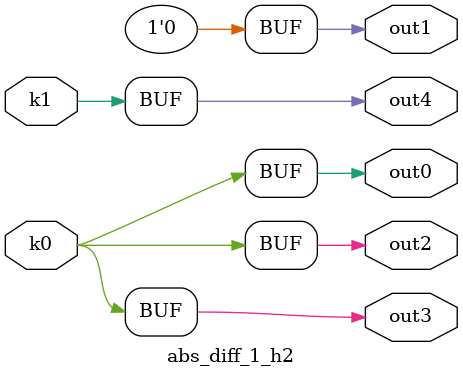
<source format=v>
module abs_diff_1(pi00, pi01, pi02, pi03, pi04, pi05, pi06, pi07, pi08, pi09, po0, po1, po2, po3, po4);
input pi00, pi01, pi02, pi03, pi04, pi05, pi06, pi07, pi08, pi09;
output po0, po1, po2, po3, po4;
wire k0, k1;
abs_diff_1_w2 DUT1 (pi00, pi01, pi02, pi03, pi04, pi05, pi06, pi07, pi08, pi09, k0, k1);
abs_diff_1_h2 DUT2 (k0, k1, po0, po1, po2, po3, po4);
endmodule

module abs_diff_1_w2(in9, in8, in7, in6, in5, in4, in3, in2, in1, in0, k1, k0);
input in9, in8, in7, in6, in5, in4, in3, in2, in1, in0;
output k1, k0;
assign k0 =   ((~in9 ^ in6) & ((~in2 & ~in1) ? in0 : in3)) | ((in9 ^ in6) & ((~in2 & ~in1) ? in3 : in0));
assign k1 =   (((in9 & (~in6 | in3)) | (~in6 & in3)) & (in7 | ~in4) & (in8 | ~in5)) | (in8 & ~in5 & (in7 | ~in4)) | (in7 & ~in4);
endmodule

module abs_diff_1_h2(k1, k0, out4, out3, out2, out1, out0);
input k1, k0;
output out4, out3, out2, out1, out0;
assign out0 = k0;
assign out1 = 0;
assign out2 = k0;
assign out3 = k0;
assign out4 = k1;
endmodule

</source>
